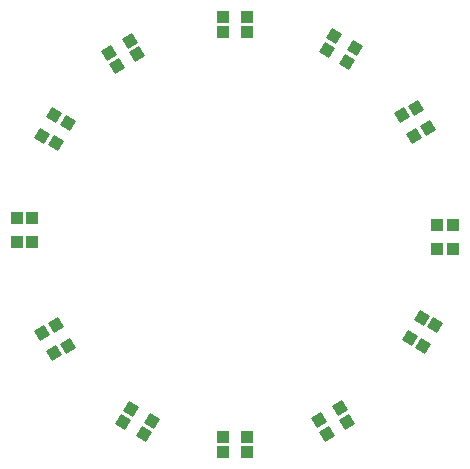
<source format=gtp>
G04*
G04 #@! TF.GenerationSoftware,Altium Limited,Altium Designer,23.9.2 (47)*
G04*
G04 Layer_Color=8421504*
%FSLAX44Y44*%
%MOMM*%
G71*
G04*
G04 #@! TF.SameCoordinates,59006CB8-04EA-46C6-BC13-78CBB85C9A35*
G04*
G04*
G04 #@! TF.FilePolarity,Positive*
G04*
G01*
G75*
%ADD16P,1.4142X4X345.0*%
%ADD17P,1.4142X4X105.0*%
%ADD18R,1.0000X1.0000*%
%ADD19P,1.4142X4X375.0*%
%ADD20P,1.4142X4X255.0*%
%ADD21R,1.0000X1.0000*%
D16*
X311704Y361290D02*
D03*
X300446Y354790D02*
D03*
X310596Y337210D02*
D03*
X321854Y343710D02*
D03*
X-4354Y170640D02*
D03*
X6904Y177140D02*
D03*
X17054Y159560D02*
D03*
X5796Y153060D02*
D03*
D17*
X-4354Y337360D02*
D03*
X6904Y330860D02*
D03*
X17054Y348440D02*
D03*
X5796Y354940D02*
D03*
X318054Y159410D02*
D03*
X306796Y165910D02*
D03*
X316946Y183490D02*
D03*
X328204Y176990D02*
D03*
D18*
X148600Y438300D02*
D03*
Y425300D02*
D03*
X168900D02*
D03*
Y438300D02*
D03*
X148600Y69700D02*
D03*
Y82700D02*
D03*
X168900D02*
D03*
Y69700D02*
D03*
D19*
X242920Y421458D02*
D03*
X236420Y410200D02*
D03*
X254000Y400050D02*
D03*
X260500Y411308D02*
D03*
X64160Y94696D02*
D03*
X70660Y105954D02*
D03*
X88240Y95804D02*
D03*
X81740Y84546D02*
D03*
D20*
X236420Y85100D02*
D03*
X229920Y96358D02*
D03*
X247500Y106508D02*
D03*
X254000Y95250D02*
D03*
X69700Y417658D02*
D03*
X76200Y406400D02*
D03*
X58620Y396250D02*
D03*
X52120Y407508D02*
D03*
D21*
X343200Y241300D02*
D03*
X330200D02*
D03*
Y261600D02*
D03*
X343200D02*
D03*
X-25700Y267950D02*
D03*
X-12700D02*
D03*
Y247650D02*
D03*
X-25700D02*
D03*
M02*

</source>
